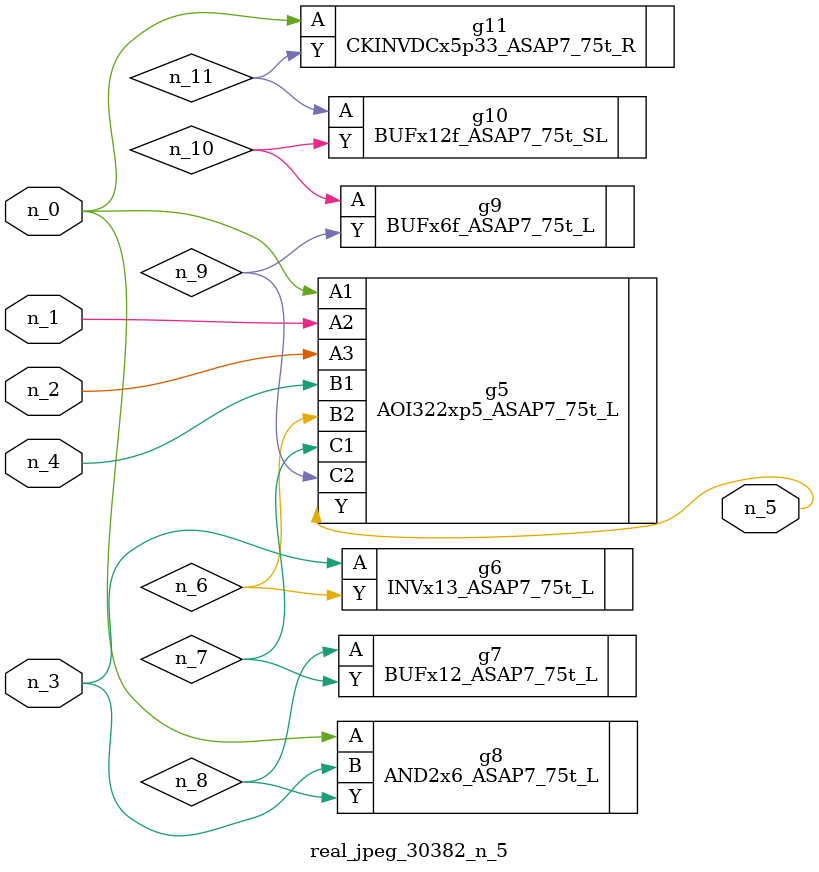
<source format=v>
module real_jpeg_30382_n_5 (n_4, n_0, n_1, n_2, n_3, n_5);

input n_4;
input n_0;
input n_1;
input n_2;
input n_3;

output n_5;

wire n_8;
wire n_11;
wire n_6;
wire n_7;
wire n_10;
wire n_9;

AOI322xp5_ASAP7_75t_L g5 ( 
.A1(n_0),
.A2(n_1),
.A3(n_2),
.B1(n_4),
.B2(n_6),
.C1(n_7),
.C2(n_9),
.Y(n_5)
);

AND2x6_ASAP7_75t_L g8 ( 
.A(n_0),
.B(n_3),
.Y(n_8)
);

CKINVDCx5p33_ASAP7_75t_R g11 ( 
.A(n_0),
.Y(n_11)
);

INVx13_ASAP7_75t_L g6 ( 
.A(n_3),
.Y(n_6)
);

BUFx12_ASAP7_75t_L g7 ( 
.A(n_8),
.Y(n_7)
);

BUFx6f_ASAP7_75t_L g9 ( 
.A(n_10),
.Y(n_9)
);

BUFx12f_ASAP7_75t_SL g10 ( 
.A(n_11),
.Y(n_10)
);


endmodule
</source>
